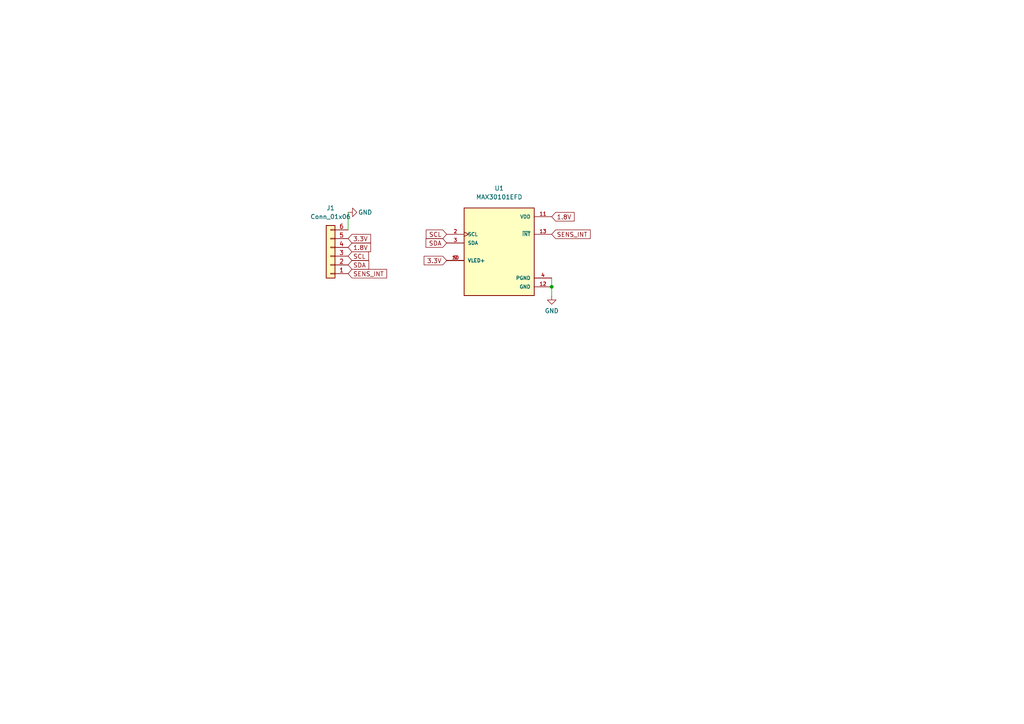
<source format=kicad_sch>
(kicad_sch (version 20211123) (generator eeschema)
  (paper "A4")
  (lib_symbols
    (symbol "Connector_Generic:Conn_01x06" (pin_names (offset 1.016) hide)
      (property "Reference" "J" (at 0 7.62 0))
      (property "Value" "Conn_01x06" (at 0 -10.16 0))
      (symbol "Conn_01x06_1_1"
        (rectangle (start -1.27 -7.493) (end 0 -7.747) (stroke (width 0.1524)))
        (rectangle (start -1.27 -4.953) (end 0 -5.207) (stroke (width 0.1524)))
        (rectangle (start -1.27 -2.413) (end 0 -2.667) (stroke (width 0.1524)))
        (rectangle (start -1.27 0.127) (end 0 -0.127) (stroke (width 0.1524)))
        (rectangle (start -1.27 2.667) (end 0 2.413) (stroke (width 0.1524)))
        (rectangle (start -1.27 5.207) (end 0 4.953) (stroke (width 0.1524)))
        (rectangle (start -1.27 6.35) (end 1.27 -8.89) (stroke (width 0.254)) (fill (type background)))
        (pin passive line (at -5.08 5.08 0) (length 3.81) (name "Pin_1") (number "1"))
        (pin passive line (at -5.08 2.54 0) (length 3.81) (name "Pin_2") (number "2"))
        (pin passive line (at -5.08 0 0) (length 3.81) (name "Pin_3") (number "3"))
        (pin passive line (at -5.08 -2.54 0) (length 3.81) (name "Pin_4") (number "4"))
        (pin passive line (at -5.08 -5.08 0) (length 3.81) (name "Pin_5") (number "5"))
        (pin passive line (at -5.08 -7.62 0) (length 3.81) (name "Pin_6") (number "6"))
      )
    )
    (symbol "power:GND" (power) (pin_names (offset 0))
      (property "Value" "GND" (at 0 -3.81 0))
      (symbol "GND_0_1"
        (polyline (pts (xy 0 0) (xy 0 -1.27) (xy 1.27 -1.27) (xy 0 -2.54) (xy -1.27 -1.27) (xy 0 -1.27)))
      )
      (symbol "GND_1_1"
        (pin power_in line (at 0 0 270) (length 0) hide (name "GND") (number "1"))
      )
    )
    (symbol "tegsense-libs:MAX30101EFD" (pin_names (offset 1.016))
      (property "Reference" "U" (at -10.16 12.7 0))
      (property "Value" "MAX30101EFD" (at -10.16 -15.24 0))
      (symbol "MAX30101EFD_0_0"
        (rectangle (start -10.16 -12.7) (end 10.16 12.7) (stroke (width 0.254)) (fill (type background)))
        (pin passive line (at -15.24 -2.54 0) (length 5.08) (name "VLED+") (number "10"))
        (pin power_in line (at 15.24 10.16 180) (length 5.08) (name "VDD") (number "11"))
        (pin power_in line (at 15.24 -10.16 180) (length 5.08) (name "GND") (number "12"))
        (pin output line (at 15.24 5.08 180) (length 5.08) (name "~{INT}") (number "13"))
        (pin input clock (at -15.24 5.08 0) (length 5.08) (name "SCL") (number "2"))
        (pin bidirectional line (at -15.24 2.54 0) (length 5.08) (name "SDA") (number "3"))
        (pin power_in line (at 15.24 -7.62 180) (length 5.08) (name "PGND") (number "4"))
        (pin passive line (at -15.24 -2.54 0) (length 5.08) (name "VLED+") (number "9"))
      )
    )
  )
  (junction (at 160.02 83.185))
  (wire (pts (xy 160.02 83.185) (xy 160.02 85.725)))
  (wire (pts (xy 100.965 61.595) (xy 100.965 66.675)))
  (wire (pts (xy 160.02 80.645) (xy 160.02 83.185)))
  (global_label "SENS_INT" (shape input) (at 100.965 79.375 0) (property "Intersheet References" "${INTERSHEET_REFS}" (effects hide)))
  (global_label "SDA" (shape input) (at 129.54 70.485 180) (property "Intersheet References" "${INTERSHEET_REFS}" (effects hide)))
  (global_label "SCL" (shape input) (at 100.965 74.295 0) (property "Intersheet References" "${INTERSHEET_REFS}" (effects hide)))
  (global_label "SENS_INT" (shape input) (at 160.02 67.945 0) (property "Intersheet References" "${INTERSHEET_REFS}" (effects hide)))
  (global_label "3.3V" (shape input) (at 129.54 75.565 180) (property "Intersheet References" "${INTERSHEET_REFS}" (effects hide)))
  (global_label "SDA" (shape input) (at 100.965 76.835 0) (property "Intersheet References" "${INTERSHEET_REFS}" (effects hide)))
  (global_label "3.3V" (shape input) (at 100.965 69.215 0) (property "Intersheet References" "${INTERSHEET_REFS}" (effects hide)))
  (global_label "SCL" (shape input) (at 129.54 67.945 180) (property "Intersheet References" "${INTERSHEET_REFS}" (effects hide)))
  (global_label "1.8V" (shape input) (at 100.965 71.755 0) (property "Intersheet References" "${INTERSHEET_REFS}" (effects hide)))
  (global_label "1.8V" (shape input) (at 160.02 62.865 0) (property "Intersheet References" "${INTERSHEET_REFS}" (effects hide)))
  (symbol (lib_id "power:GND") (at 100.965 61.595 90) (mirror x) (unit 1)
    (property "Reference" "#PWR0101" (effects hide))
    (property "Value" "GND" (at 107.95 61.595 90) (effects (justify left)))
  )
  (symbol (lib_id "power:GND") (at 160.02 85.725 0) (mirror y) (unit 1)
    (property "Reference" "#PWR0103" (effects hide))
    (property "Value" "GND" (at 160.02 90.17 0))
  )
  (symbol (lib_id "tegsense-libs:MAX30101EFD") (at 144.78 73.025 0) (unit 1)
    (property "Reference" "U1" (at 144.78 54.61 0))
    (property "Value" "MAX30101EFD" (at 144.78 57.15 0))
    (property "Footprint" "PSON80P560X330X165-14N" (effects hide))
    (property "PARTREV" "2" (effects hide))
    (property "MANUFACTURER" "Maxim Integrated" (effects hide))
    (property "STANDARD" "IPC7351B" (effects hide))
  )
  (symbol (lib_id "Connector_Generic:Conn_01x06") (at 95.885 74.295 180) (unit 1)
    (property "Reference" "J1" (at 95.885 60.325 0))
    (property "Value" "Conn_01x06" (at 95.885 62.865 0))
    (property "Footprint" "Connector_PinSocket_1.00mm:PinSocket_1x06_P1.00mm_Vertical" (effects hide))
  )
)
</source>
